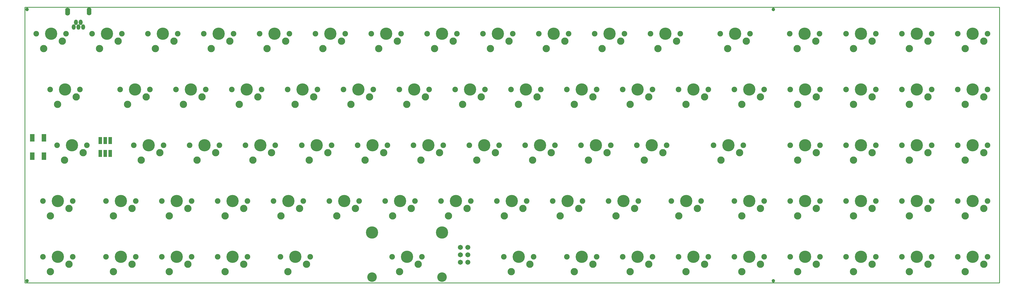
<source format=gts>
G04 (created by PCBNEW (2013-02-13 BZR 3947)-testing) date 2016.01.05 20:59:58*
%MOIN*%
G04 Gerber Fmt 3.4, Leading zero omitted, Abs format*
%FSLAX34Y34*%
G01*
G70*
G90*
G04 APERTURE LIST*
%ADD10C,0.08*%
%ADD11C,0.009*%
%ADD12C,0.098*%
%ADD13C,0.165*%
%ADD14C,0.075*%
%ADD15C,0.128*%
%ADD16C,0.0473701*%
%ADD17C,0.0631181*%
%ADD18O,0.0631181X0.106425*%
%ADD19O,0.0513X0.073*%
%ADD20C,0.0670551*%
%ADD21R,0.0631X0.0986*%
%ADD22R,0.0513X0.0946142*%
G04 APERTURE END LIST*
G54D10*
G54D11*
X100976Y-37191D02*
X131076Y-37191D01*
X100976Y-141D02*
X131076Y-141D01*
X176Y-37191D02*
X176Y-141D01*
X100976Y-37191D02*
X176Y-37191D01*
X131076Y-141D02*
X131076Y-37191D01*
X176Y-141D02*
X100976Y-141D01*
G54D12*
X5526Y-20691D03*
X8026Y-19691D03*
G54D13*
X6526Y-18691D03*
G54D14*
X8526Y-18691D03*
X4526Y-18691D03*
G54D12*
X93676Y-20691D03*
X96176Y-19691D03*
G54D13*
X94676Y-18691D03*
G54D14*
X96676Y-18691D03*
X92676Y-18691D03*
G54D12*
X4576Y-13191D03*
X7076Y-12191D03*
G54D13*
X5576Y-11191D03*
G54D14*
X7576Y-11191D03*
X3576Y-11191D03*
G54D12*
X94576Y-5691D03*
X97076Y-4691D03*
G54D13*
X95576Y-3691D03*
G54D14*
X97576Y-3691D03*
X93576Y-3691D03*
G54D12*
X65526Y-35691D03*
X68026Y-34691D03*
G54D13*
X66526Y-33691D03*
G54D14*
X68526Y-33691D03*
X64526Y-33691D03*
G54D12*
X3626Y-28191D03*
X6126Y-27191D03*
G54D13*
X4626Y-26191D03*
G54D14*
X6626Y-26191D03*
X2626Y-26191D03*
G54D12*
X35526Y-35691D03*
X38026Y-34691D03*
G54D13*
X36526Y-33691D03*
G54D14*
X38526Y-33691D03*
X34526Y-33691D03*
G54D12*
X88026Y-28191D03*
X90526Y-27191D03*
G54D13*
X89026Y-26191D03*
G54D14*
X91026Y-26191D03*
X87026Y-26191D03*
G54D12*
X3626Y-35691D03*
X6126Y-34691D03*
G54D13*
X4626Y-33691D03*
G54D14*
X6626Y-33691D03*
X2626Y-33691D03*
G54D12*
X81476Y-13191D03*
X83976Y-12191D03*
G54D13*
X82476Y-11191D03*
G54D14*
X84476Y-11191D03*
X80476Y-11191D03*
G54D12*
X43976Y-13191D03*
X46476Y-12191D03*
G54D13*
X44976Y-11191D03*
G54D14*
X46976Y-11191D03*
X42976Y-11191D03*
G54D12*
X51476Y-13191D03*
X53976Y-12191D03*
G54D13*
X52476Y-11191D03*
G54D14*
X54476Y-11191D03*
X50476Y-11191D03*
G54D12*
X58976Y-13191D03*
X61476Y-12191D03*
G54D13*
X59976Y-11191D03*
G54D14*
X61976Y-11191D03*
X57976Y-11191D03*
G54D12*
X66476Y-13191D03*
X68976Y-12191D03*
G54D13*
X67476Y-11191D03*
G54D14*
X69476Y-11191D03*
X65476Y-11191D03*
G54D12*
X73976Y-13191D03*
X76476Y-12191D03*
G54D13*
X74976Y-11191D03*
G54D14*
X76976Y-11191D03*
X72976Y-11191D03*
G54D12*
X23326Y-20691D03*
X25826Y-19691D03*
G54D13*
X24326Y-18691D03*
G54D14*
X26326Y-18691D03*
X22326Y-18691D03*
G54D12*
X88976Y-13191D03*
X91476Y-12191D03*
G54D13*
X89976Y-11191D03*
G54D14*
X91976Y-11191D03*
X87976Y-11191D03*
G54D12*
X96476Y-13191D03*
X98976Y-12191D03*
G54D13*
X97476Y-11191D03*
G54D14*
X99476Y-11191D03*
X95476Y-11191D03*
G54D12*
X15826Y-20691D03*
X18326Y-19691D03*
G54D13*
X16826Y-18691D03*
G54D14*
X18826Y-18691D03*
X14826Y-18691D03*
G54D12*
X10226Y-5691D03*
X12726Y-4691D03*
G54D13*
X11226Y-3691D03*
G54D14*
X13226Y-3691D03*
X9226Y-3691D03*
G54D12*
X36476Y-13191D03*
X38976Y-12191D03*
G54D13*
X37476Y-11191D03*
G54D14*
X39476Y-11191D03*
X35476Y-11191D03*
G54D12*
X28976Y-13191D03*
X31476Y-12191D03*
G54D13*
X29976Y-11191D03*
G54D14*
X31976Y-11191D03*
X27976Y-11191D03*
G54D12*
X21476Y-13191D03*
X23976Y-12191D03*
G54D13*
X22476Y-11191D03*
G54D14*
X24476Y-11191D03*
X20476Y-11191D03*
G54D12*
X13976Y-13191D03*
X16476Y-12191D03*
G54D13*
X14976Y-11191D03*
G54D14*
X16976Y-11191D03*
X12976Y-11191D03*
G54D12*
X85226Y-5691D03*
X87726Y-4691D03*
G54D13*
X86226Y-3691D03*
G54D14*
X88226Y-3691D03*
X84226Y-3691D03*
G54D12*
X77726Y-5691D03*
X80226Y-4691D03*
G54D13*
X78726Y-3691D03*
G54D14*
X80726Y-3691D03*
X76726Y-3691D03*
G54D12*
X70226Y-5691D03*
X72726Y-4691D03*
G54D13*
X71226Y-3691D03*
G54D14*
X73226Y-3691D03*
X69226Y-3691D03*
G54D12*
X55226Y-5691D03*
X57726Y-4691D03*
G54D13*
X56226Y-3691D03*
G54D14*
X58226Y-3691D03*
X54226Y-3691D03*
G54D12*
X40226Y-5691D03*
X42726Y-4691D03*
G54D13*
X41226Y-3691D03*
G54D14*
X43226Y-3691D03*
X39226Y-3691D03*
G54D12*
X32726Y-5691D03*
X35226Y-4691D03*
G54D13*
X33726Y-3691D03*
G54D14*
X35726Y-3691D03*
X31726Y-3691D03*
G54D12*
X25226Y-5691D03*
X27726Y-4691D03*
G54D13*
X26226Y-3691D03*
G54D14*
X28226Y-3691D03*
X24226Y-3691D03*
G54D12*
X17726Y-5691D03*
X20226Y-4691D03*
G54D13*
X18726Y-3691D03*
G54D14*
X20726Y-3691D03*
X16726Y-3691D03*
G54D12*
X73976Y-35691D03*
X76476Y-34691D03*
G54D13*
X74976Y-33691D03*
G54D14*
X76976Y-33691D03*
X72976Y-33691D03*
G54D12*
X64576Y-28191D03*
X67076Y-27191D03*
G54D13*
X65576Y-26191D03*
G54D14*
X67576Y-26191D03*
X63576Y-26191D03*
G54D12*
X2726Y-5691D03*
X5226Y-4691D03*
G54D13*
X3726Y-3691D03*
G54D14*
X5726Y-3691D03*
X1726Y-3691D03*
G54D12*
X47726Y-5691D03*
X50226Y-4691D03*
G54D13*
X48726Y-3691D03*
G54D14*
X50726Y-3691D03*
X46726Y-3691D03*
G54D12*
X62726Y-5691D03*
X65226Y-4691D03*
G54D13*
X63726Y-3691D03*
G54D14*
X65726Y-3691D03*
X61726Y-3691D03*
G54D12*
X96476Y-28191D03*
X98976Y-27191D03*
G54D13*
X97476Y-26191D03*
G54D14*
X99476Y-26191D03*
X95476Y-26191D03*
G54D12*
X96476Y-35691D03*
X98976Y-34691D03*
G54D13*
X97476Y-33691D03*
G54D14*
X99476Y-33691D03*
X95476Y-33691D03*
G54D12*
X27076Y-35691D03*
X29576Y-34691D03*
G54D13*
X28076Y-33691D03*
G54D14*
X30076Y-33691D03*
X26076Y-33691D03*
G54D12*
X88976Y-35691D03*
X91476Y-34691D03*
G54D13*
X89976Y-33691D03*
G54D14*
X91976Y-33691D03*
X87976Y-33691D03*
G54D12*
X27076Y-28191D03*
X29576Y-27191D03*
G54D13*
X28076Y-26191D03*
G54D14*
X30076Y-26191D03*
X26076Y-26191D03*
G54D12*
X81476Y-35691D03*
X83976Y-34691D03*
G54D13*
X82476Y-33691D03*
G54D14*
X84476Y-33691D03*
X80476Y-33691D03*
G54D12*
X19576Y-35691D03*
X22076Y-34691D03*
G54D13*
X20576Y-33691D03*
G54D14*
X22576Y-33691D03*
X18576Y-33691D03*
G54D12*
X12076Y-35691D03*
X14576Y-34691D03*
G54D13*
X13076Y-33691D03*
G54D14*
X15076Y-33691D03*
X11076Y-33691D03*
G54D12*
X79576Y-28191D03*
X82076Y-27191D03*
G54D13*
X80576Y-26191D03*
G54D14*
X82576Y-26191D03*
X78576Y-26191D03*
G54D12*
X72076Y-28191D03*
X74576Y-27191D03*
G54D13*
X73076Y-26191D03*
G54D14*
X75076Y-26191D03*
X71076Y-26191D03*
G54D12*
X30826Y-20691D03*
X33326Y-19691D03*
G54D13*
X31826Y-18691D03*
G54D14*
X33826Y-18691D03*
X29826Y-18691D03*
G54D12*
X57076Y-28191D03*
X59576Y-27191D03*
G54D13*
X58076Y-26191D03*
G54D14*
X60076Y-26191D03*
X56076Y-26191D03*
G54D12*
X49576Y-28191D03*
X52076Y-27191D03*
G54D13*
X50576Y-26191D03*
G54D14*
X52576Y-26191D03*
X48576Y-26191D03*
G54D12*
X42076Y-28191D03*
X44576Y-27191D03*
G54D13*
X43076Y-26191D03*
G54D14*
X45076Y-26191D03*
X41076Y-26191D03*
G54D12*
X34576Y-28191D03*
X37076Y-27191D03*
G54D13*
X35576Y-26191D03*
G54D14*
X37576Y-26191D03*
X33576Y-26191D03*
G54D12*
X19576Y-28191D03*
X22076Y-27191D03*
G54D13*
X20576Y-26191D03*
G54D14*
X22576Y-26191D03*
X18576Y-26191D03*
G54D12*
X12076Y-28191D03*
X14576Y-27191D03*
G54D13*
X13076Y-26191D03*
G54D14*
X15076Y-26191D03*
X11076Y-26191D03*
G54D12*
X83376Y-20691D03*
X85876Y-19691D03*
G54D13*
X84376Y-18691D03*
G54D14*
X86376Y-18691D03*
X82376Y-18691D03*
G54D12*
X75876Y-20691D03*
X78376Y-19691D03*
G54D13*
X76876Y-18691D03*
G54D14*
X78876Y-18691D03*
X74876Y-18691D03*
G54D12*
X68376Y-20691D03*
X70876Y-19691D03*
G54D13*
X69376Y-18691D03*
G54D14*
X71376Y-18691D03*
X67376Y-18691D03*
G54D12*
X60876Y-20691D03*
X63376Y-19691D03*
G54D13*
X61876Y-18691D03*
G54D14*
X63876Y-18691D03*
X59876Y-18691D03*
G54D12*
X53376Y-20691D03*
X55876Y-19691D03*
G54D13*
X54376Y-18691D03*
G54D14*
X56376Y-18691D03*
X52376Y-18691D03*
G54D12*
X45876Y-20691D03*
X48376Y-19691D03*
G54D13*
X46876Y-18691D03*
G54D14*
X48876Y-18691D03*
X44876Y-18691D03*
G54D12*
X38376Y-20691D03*
X40876Y-19691D03*
G54D13*
X39376Y-18691D03*
G54D14*
X41376Y-18691D03*
X37376Y-18691D03*
G54D12*
X50526Y-35691D03*
X53026Y-34691D03*
G54D13*
X51526Y-33691D03*
G54D14*
X53526Y-33691D03*
X49526Y-33691D03*
G54D15*
X56226Y-36441D03*
X46826Y-36441D03*
G54D13*
X56226Y-30441D03*
X46826Y-30441D03*
G54D16*
X100726Y-441D03*
X100726Y-36941D03*
X476Y-36941D03*
X476Y-441D03*
G54D17*
X8833Y-504D03*
X8831Y-711D03*
X8833Y-900D03*
G54D18*
X8833Y-702D03*
G54D19*
X6746Y-2785D03*
X7061Y-2154D03*
X7376Y-2785D03*
X7691Y-2154D03*
X8006Y-2785D03*
G54D18*
X5939Y-717D03*
G54D17*
X5940Y-913D03*
X5942Y-715D03*
X5940Y-519D03*
G54D20*
X59676Y-34441D03*
X58676Y-34441D03*
X58676Y-32441D03*
X59676Y-33441D03*
X59676Y-32441D03*
X58676Y-33441D03*
G54D12*
X126476Y-28191D03*
X128976Y-27191D03*
G54D13*
X127476Y-26191D03*
G54D14*
X129476Y-26191D03*
X125476Y-26191D03*
G54D12*
X103976Y-35691D03*
X106476Y-34691D03*
G54D13*
X104976Y-33691D03*
G54D14*
X106976Y-33691D03*
X102976Y-33691D03*
G54D12*
X111476Y-35691D03*
X113976Y-34691D03*
G54D13*
X112476Y-33691D03*
G54D14*
X114476Y-33691D03*
X110476Y-33691D03*
G54D12*
X118976Y-28191D03*
X121476Y-27191D03*
G54D13*
X119976Y-26191D03*
G54D14*
X121976Y-26191D03*
X117976Y-26191D03*
G54D12*
X118976Y-35691D03*
X121476Y-34691D03*
G54D13*
X119976Y-33691D03*
G54D14*
X121976Y-33691D03*
X117976Y-33691D03*
G54D12*
X126476Y-35691D03*
X128976Y-34691D03*
G54D13*
X127476Y-33691D03*
G54D14*
X129476Y-33691D03*
X125476Y-33691D03*
G54D12*
X118976Y-20691D03*
X121476Y-19691D03*
G54D13*
X119976Y-18691D03*
G54D14*
X121976Y-18691D03*
X117976Y-18691D03*
G54D12*
X111476Y-28191D03*
X113976Y-27191D03*
G54D13*
X112476Y-26191D03*
G54D14*
X114476Y-26191D03*
X110476Y-26191D03*
G54D12*
X103976Y-28191D03*
X106476Y-27191D03*
G54D13*
X104976Y-26191D03*
G54D14*
X106976Y-26191D03*
X102976Y-26191D03*
G54D12*
X126476Y-20691D03*
X128976Y-19691D03*
G54D13*
X127476Y-18691D03*
G54D14*
X129476Y-18691D03*
X125476Y-18691D03*
G54D12*
X103926Y-5691D03*
X106426Y-4691D03*
G54D13*
X104926Y-3691D03*
G54D14*
X106926Y-3691D03*
X102926Y-3691D03*
G54D12*
X111476Y-20691D03*
X113976Y-19691D03*
G54D13*
X112476Y-18691D03*
G54D14*
X114476Y-18691D03*
X110476Y-18691D03*
G54D12*
X103976Y-20691D03*
X106476Y-19691D03*
G54D13*
X104976Y-18691D03*
G54D14*
X106976Y-18691D03*
X102976Y-18691D03*
G54D12*
X126476Y-13191D03*
X128976Y-12191D03*
G54D13*
X127476Y-11191D03*
G54D14*
X129476Y-11191D03*
X125476Y-11191D03*
G54D12*
X118976Y-13191D03*
X121476Y-12191D03*
G54D13*
X119976Y-11191D03*
G54D14*
X121976Y-11191D03*
X117976Y-11191D03*
G54D12*
X111476Y-13191D03*
X113976Y-12191D03*
G54D13*
X112476Y-11191D03*
G54D14*
X114476Y-11191D03*
X110476Y-11191D03*
G54D12*
X103976Y-13191D03*
X106476Y-12191D03*
G54D13*
X104976Y-11191D03*
G54D14*
X106976Y-11191D03*
X102976Y-11191D03*
G54D12*
X126476Y-5691D03*
X128976Y-4691D03*
G54D13*
X127476Y-3691D03*
G54D14*
X129476Y-3691D03*
X125476Y-3691D03*
G54D12*
X118976Y-5691D03*
X121476Y-4691D03*
G54D13*
X119976Y-3691D03*
G54D14*
X121976Y-3691D03*
X117976Y-3691D03*
G54D12*
X111476Y-5691D03*
X113976Y-4691D03*
G54D13*
X112476Y-3691D03*
G54D14*
X114476Y-3691D03*
X110476Y-3691D03*
G54D21*
X2764Y-17701D03*
X1189Y-20181D03*
X2763Y-20181D03*
X1189Y-17701D03*
G54D22*
X10307Y-19807D03*
X10976Y-19807D03*
X11645Y-19807D03*
X11645Y-18074D03*
X10976Y-18074D03*
X10307Y-18074D03*
M02*

</source>
